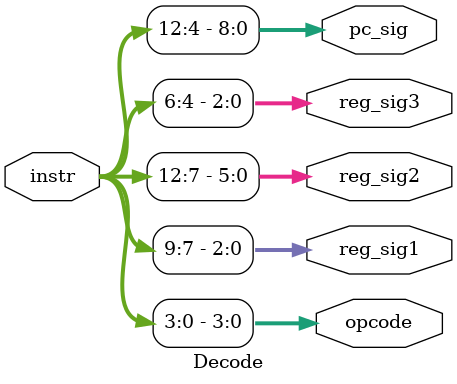
<source format=v>
module Decode(instr,opcode,reg_sig1,reg_sig2,reg_sig3,pc_sig);
  input [15:0] instr; //from instruction register
  output [3:0] opcode; //opcode to CU
  output [2:0] reg_sig1; //when only 1 source register is used
  output [5:0] reg_sig2; //when only 2 source registers are used
  output [2:0] reg_sig3; //for destination register
  output [8:0] pc_sig; //for PC to run jump instruction
  
  //assigning to all appriopriate bits
  assign opcode=instr[3:0];
  assign reg_sig1=instr[9:7];
  assign reg_sig2=instr[12:7];
  assign reg_sig3=instr[6:4];
  assign pc_sig=instr[12:4];

endmodule

</source>
